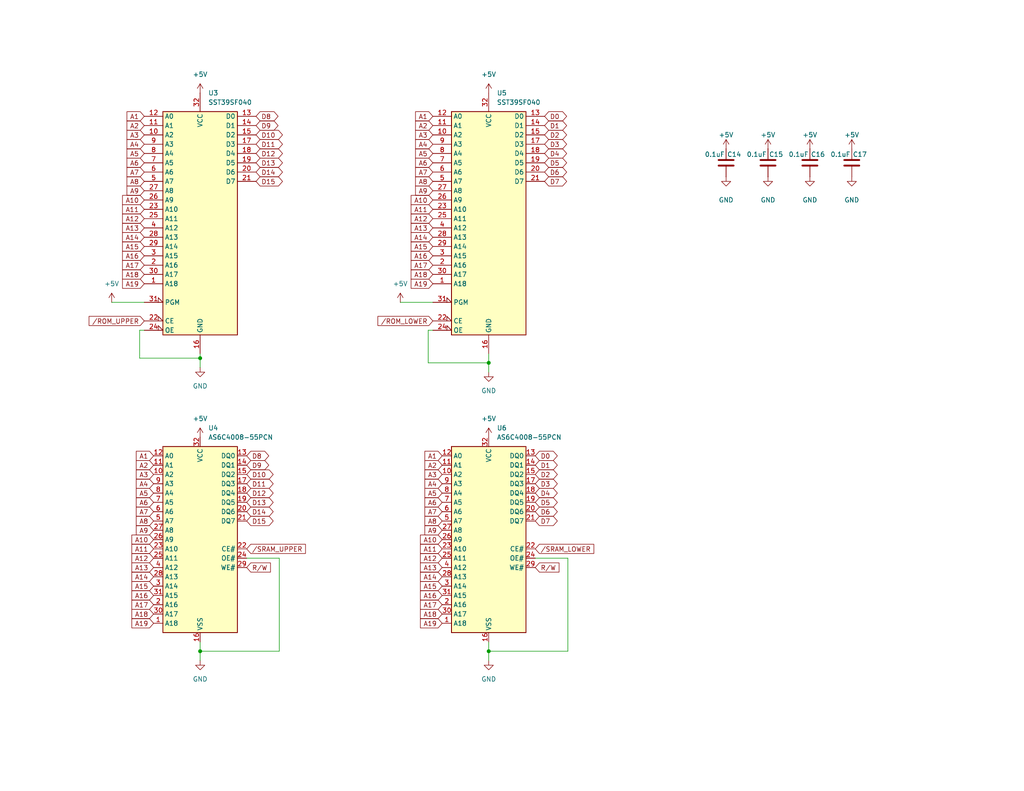
<source format=kicad_sch>
(kicad_sch (version 20231120) (generator "eeschema") (generator_version "8.0")
  (paper "A")
  (title_block (title "Mackerel-10 SBC v1") (date "2024-07-30") (rev "1.0a") (company "Colin Maykish"))
  (lib_symbols
    (symbol "Device:C" (pin_numbers hide) (pin_names (offset 0.254))
      (property "Reference" "C" (at 0.635 2.54 0))
      (property "Value" "C" (at 0.635 -2.54 0))
      (symbol "C_0_1"
        (polyline (pts (xy -2.032 -0.762) (xy 2.032 -0.762)) (stroke (width 0.508)))
        (polyline (pts (xy -2.032 0.762) (xy 2.032 0.762)) (stroke (width 0.508)))
      )
      (symbol "C_1_1"
        (pin passive line (at 0 3.81 270) (length 2.794) (name "~") (number "1"))
        (pin passive line (at 0 -3.81 90) (length 2.794) (name "~") (number "2"))
      )
    )
    (symbol "Memory_Flash:SST39SF040"
      (property "Reference" "U" (at 2.54 33.02 0))
      (property "Value" "SST39SF040" (at 0 -30.48 0))
      (symbol "SST39SF040_0_0"
        (pin power_in line (at 0 -34.29 90) (length 5.08) (name "GND") (number "16"))
        (pin power_in line (at 0 36.83 270) (length 5.08) (name "VCC") (number "32"))
      )
      (symbol "SST39SF040_0_1"
        (rectangle (start -10.16 31.75) (end 10.16 -29.21) (stroke (width 0.254)) (fill (type background)))
      )
      (symbol "SST39SF040_1_1"
        (pin input line (at -15.24 -15.24 0) (length 5.08) (name "A18") (number "1"))
        (pin input line (at -15.24 25.4 0) (length 5.08) (name "A2") (number "10"))
        (pin input line (at -15.24 27.94 0) (length 5.08) (name "A1") (number "11"))
        (pin input line (at -15.24 30.48 0) (length 5.08) (name "A0") (number "12"))
        (pin tri_state line (at 15.24 30.48 180) (length 5.08) (name "D0") (number "13"))
        (pin tri_state line (at 15.24 27.94 180) (length 5.08) (name "D1") (number "14"))
        (pin tri_state line (at 15.24 25.4 180) (length 5.08) (name "D2") (number "15"))
        (pin tri_state line (at 15.24 22.86 180) (length 5.08) (name "D3") (number "17"))
        (pin tri_state line (at 15.24 20.32 180) (length 5.08) (name "D4") (number "18"))
        (pin tri_state line (at 15.24 17.78 180) (length 5.08) (name "D5") (number "19"))
        (pin input line (at -15.24 -10.16 0) (length 5.08) (name "A16") (number "2"))
        (pin tri_state line (at 15.24 15.24 180) (length 5.08) (name "D6") (number "20"))
        (pin tri_state line (at 15.24 12.7 180) (length 5.08) (name "D7") (number "21"))
        (pin input input_low (at -15.24 -25.4 0) (length 5.08) (name "CE") (number "22"))
        (pin input line (at -15.24 5.08 0) (length 5.08) (name "A10") (number "23"))
        (pin input input_low (at -15.24 -27.94 0) (length 5.08) (name "OE") (number "24"))
        (pin input line (at -15.24 2.54 0) (length 5.08) (name "A11") (number "25"))
        (pin input line (at -15.24 7.62 0) (length 5.08) (name "A9") (number "26"))
        (pin input line (at -15.24 10.16 0) (length 5.08) (name "A8") (number "27"))
        (pin input line (at -15.24 -2.54 0) (length 5.08) (name "A13") (number "28"))
        (pin input line (at -15.24 -5.08 0) (length 5.08) (name "A14") (number "29"))
        (pin input line (at -15.24 -7.62 0) (length 5.08) (name "A15") (number "3"))
        (pin input line (at -15.24 -12.7 0) (length 5.08) (name "A17") (number "30"))
        (pin input input_low (at -15.24 -20.32 0) (length 5.08) (name "PGM") (number "31"))
        (pin input line (at -15.24 0 0) (length 5.08) (name "A12") (number "4"))
        (pin input line (at -15.24 12.7 0) (length 5.08) (name "A7") (number "5"))
        (pin input line (at -15.24 15.24 0) (length 5.08) (name "A6") (number "6"))
        (pin input line (at -15.24 17.78 0) (length 5.08) (name "A5") (number "7"))
        (pin input line (at -15.24 20.32 0) (length 5.08) (name "A4") (number "8"))
        (pin input line (at -15.24 22.86 0) (length 5.08) (name "A3") (number "9"))
      )
    )
    (symbol "Memory_RAM:AS6C4008-55PCN"
      (property "Reference" "U" (at -10.16 26.035 0))
      (property "Value" "AS6C4008-55PCN" (at 2.54 26.035 0))
      (symbol "AS6C4008-55PCN_0_0"
        (pin power_in line (at 0 -27.94 90) (length 2.54) (name "VSS") (number "16"))
        (pin power_in line (at 0 27.94 270) (length 2.54) (name "VCC") (number "32"))
      )
      (symbol "AS6C4008-55PCN_0_1"
        (rectangle (start -10.16 25.4) (end 10.16 -25.4) (stroke (width 0.254)) (fill (type background)))
      )
      (symbol "AS6C4008-55PCN_1_1"
        (pin input line (at -12.7 -22.86 0) (length 2.54) (name "A18") (number "1"))
        (pin input line (at -12.7 17.78 0) (length 2.54) (name "A2") (number "10"))
        (pin input line (at -12.7 20.32 0) (length 2.54) (name "A1") (number "11"))
        (pin input line (at -12.7 22.86 0) (length 2.54) (name "A0") (number "12"))
        (pin tri_state line (at 12.7 22.86 180) (length 2.54) (name "DQ0") (number "13"))
        (pin tri_state line (at 12.7 20.32 180) (length 2.54) (name "DQ1") (number "14"))
        (pin tri_state line (at 12.7 17.78 180) (length 2.54) (name "DQ2") (number "15"))
        (pin tri_state line (at 12.7 15.24 180) (length 2.54) (name "DQ3") (number "17"))
        (pin tri_state line (at 12.7 12.7 180) (length 2.54) (name "DQ4") (number "18"))
        (pin tri_state line (at 12.7 10.16 180) (length 2.54) (name "DQ5") (number "19"))
        (pin input line (at -12.7 -17.78 0) (length 2.54) (name "A16") (number "2"))
        (pin tri_state line (at 12.7 7.62 180) (length 2.54) (name "DQ6") (number "20"))
        (pin tri_state line (at 12.7 5.08 180) (length 2.54) (name "DQ7") (number "21"))
        (pin input line (at 12.7 -2.54 180) (length 2.54) (name "CE#") (number "22"))
        (pin input line (at -12.7 -2.54 0) (length 2.54) (name "A10") (number "23"))
        (pin input line (at 12.7 -5.08 180) (length 2.54) (name "OE#") (number "24"))
        (pin input line (at -12.7 -5.08 0) (length 2.54) (name "A11") (number "25"))
        (pin input line (at -12.7 0 0) (length 2.54) (name "A9") (number "26"))
        (pin input line (at -12.7 2.54 0) (length 2.54) (name "A8") (number "27"))
        (pin input line (at -12.7 -10.16 0) (length 2.54) (name "A13") (number "28"))
        (pin input line (at 12.7 -7.62 180) (length 2.54) (name "WE#") (number "29"))
        (pin input line (at -12.7 -12.7 0) (length 2.54) (name "A14") (number "3"))
        (pin input line (at -12.7 -20.32 0) (length 2.54) (name "A17") (number "30"))
        (pin input line (at -12.7 -15.24 0) (length 2.54) (name "A15") (number "31"))
        (pin input line (at -12.7 -7.62 0) (length 2.54) (name "A12") (number "4"))
        (pin input line (at -12.7 5.08 0) (length 2.54) (name "A7") (number "5"))
        (pin input line (at -12.7 7.62 0) (length 2.54) (name "A6") (number "6"))
        (pin input line (at -12.7 10.16 0) (length 2.54) (name "A5") (number "7"))
        (pin input line (at -12.7 12.7 0) (length 2.54) (name "A4") (number "8"))
        (pin input line (at -12.7 15.24 0) (length 2.54) (name "A3") (number "9"))
      )
    )
    (symbol "power:+5V" (power) (pin_numbers hide) (pin_names (offset 0) hide)
      (property "Value" "+5V" (at 0 3.556 0))
      (symbol "+5V_0_1"
        (polyline (pts (xy -0.762 1.27) (xy 0 2.54)))
        (polyline (pts (xy 0 0) (xy 0 2.54)))
        (polyline (pts (xy 0 2.54) (xy 0.762 1.27)))
      )
      (symbol "+5V_1_1"
        (pin power_in line (at 0 0 90) (length 0) (name "~") (number "1"))
      )
    )
    (symbol "power:GND" (power) (pin_numbers hide) (pin_names (offset 0) hide)
      (property "Value" "GND" (at 0 -3.81 0))
      (symbol "GND_0_1"
        (polyline (pts (xy 0 0) (xy 0 -1.27) (xy 1.27 -1.27) (xy 0 -2.54) (xy -1.27 -1.27) (xy 0 -1.27)))
      )
      (symbol "GND_1_1"
        (pin power_in line (at 0 0 270) (length 0) (name "~") (number "1"))
      )
    )
  )
  (junction (at 54.61 97.79))
  (junction (at 54.61 177.8))
  (junction (at 133.35 177.8))
  (junction (at 133.35 99.06))
  (wire (pts (xy 133.35 101.6) (xy 133.35 99.06)))
  (wire (pts (xy 30.48 82.55) (xy 39.37 82.55)))
  (wire (pts (xy 116.84 99.06) (xy 133.35 99.06)))
  (wire (pts (xy 118.11 90.17) (xy 116.84 90.17)))
  (wire (pts (xy 39.37 90.17) (xy 38.1 90.17)))
  (wire (pts (xy 133.35 99.06) (xy 133.35 96.52)))
  (wire (pts (xy 54.61 97.79) (xy 54.61 96.52)))
  (wire (pts (xy 146.05 152.4) (xy 154.94 152.4)))
  (wire (pts (xy 116.84 90.17) (xy 116.84 99.06)))
  (wire (pts (xy 38.1 97.79) (xy 54.61 97.79)))
  (wire (pts (xy 76.2 152.4) (xy 76.2 177.8)))
  (wire (pts (xy 133.35 177.8) (xy 133.35 175.26)))
  (wire (pts (xy 67.31 152.4) (xy 76.2 152.4)))
  (wire (pts (xy 154.94 152.4) (xy 154.94 177.8)))
  (wire (pts (xy 54.61 100.33) (xy 54.61 97.79)))
  (wire (pts (xy 154.94 177.8) (xy 133.35 177.8)))
  (wire (pts (xy 133.35 180.34) (xy 133.35 177.8)))
  (wire (pts (xy 109.22 82.55) (xy 118.11 82.55)))
  (wire (pts (xy 76.2 177.8) (xy 54.61 177.8)))
  (wire (pts (xy 38.1 90.17) (xy 38.1 97.79)))
  (wire (pts (xy 54.61 180.34) (xy 54.61 177.8)))
  (wire (pts (xy 54.61 177.8) (xy 54.61 175.26)))
  (global_label "A7" (shape input) (at 118.11 46.99 180) (property "Intersheetrefs" "${INTERSHEET_REFS}" (effects (hide yes))))
  (global_label "{slash}SRAM_LOWER" (shape input) (at 146.05 149.86 0) (property "Intersheetrefs" "${INTERSHEET_REFS}" (effects (hide yes))))
  (global_label "A6" (shape input) (at 39.37 44.45 180) (property "Intersheetrefs" "${INTERSHEET_REFS}" (effects (hide yes))))
  (global_label "D10" (shape bidirectional) (at 67.31 129.54 0) (property "Intersheetrefs" "${INTERSHEET_REFS}" (effects (hide yes))))
  (global_label "A5" (shape input) (at 120.65 134.62 180) (property "Intersheetrefs" "${INTERSHEET_REFS}" (effects (hide yes))))
  (global_label "D6" (shape bidirectional) (at 146.05 139.7 0) (property "Intersheetrefs" "${INTERSHEET_REFS}" (effects (hide yes))))
  (global_label "A14" (shape input) (at 120.65 157.48 180) (property "Intersheetrefs" "${INTERSHEET_REFS}" (effects (hide yes))))
  (global_label "D5" (shape bidirectional) (at 148.59 44.45 0) (property "Intersheetrefs" "${INTERSHEET_REFS}" (effects (hide yes))))
  (global_label "A15" (shape input) (at 120.65 160.02 180) (property "Intersheetrefs" "${INTERSHEET_REFS}" (effects (hide yes))))
  (global_label "A9" (shape input) (at 118.11 52.07 180) (property "Intersheetrefs" "${INTERSHEET_REFS}" (effects (hide yes))))
  (global_label "A17" (shape input) (at 118.11 72.39 180) (property "Intersheetrefs" "${INTERSHEET_REFS}" (effects (hide yes))))
  (global_label "{slash}ROM_LOWER" (shape input) (at 118.11 87.63 180) (property "Intersheetrefs" "${INTERSHEET_REFS}" (effects (hide yes))))
  (global_label "A6" (shape input) (at 41.91 137.16 180) (property "Intersheetrefs" "${INTERSHEET_REFS}" (effects (hide yes))))
  (global_label "A19" (shape input) (at 120.65 170.18 180) (property "Intersheetrefs" "${INTERSHEET_REFS}" (effects (hide yes))))
  (global_label "A8" (shape input) (at 120.65 142.24 180) (property "Intersheetrefs" "${INTERSHEET_REFS}" (effects (hide yes))))
  (global_label "A4" (shape input) (at 118.11 39.37 180) (property "Intersheetrefs" "${INTERSHEET_REFS}" (effects (hide yes))))
  (global_label "A3" (shape input) (at 41.91 129.54 180) (property "Intersheetrefs" "${INTERSHEET_REFS}" (effects (hide yes))))
  (global_label "D12" (shape bidirectional) (at 69.85 41.91 0) (property "Intersheetrefs" "${INTERSHEET_REFS}" (effects (hide yes))))
  (global_label "A18" (shape input) (at 118.11 74.93 180) (property "Intersheetrefs" "${INTERSHEET_REFS}" (effects (hide yes))))
  (global_label "A13" (shape input) (at 41.91 154.94 180) (property "Intersheetrefs" "${INTERSHEET_REFS}" (effects (hide yes))))
  (global_label "A3" (shape input) (at 120.65 129.54 180) (property "Intersheetrefs" "${INTERSHEET_REFS}" (effects (hide yes))))
  (global_label "{slash}ROM_UPPER" (shape input) (at 39.37 87.63 180) (property "Intersheetrefs" "${INTERSHEET_REFS}" (effects (hide yes))))
  (global_label "A1" (shape input) (at 39.37 31.75 180) (property "Intersheetrefs" "${INTERSHEET_REFS}" (effects (hide yes))))
  (global_label "D13" (shape bidirectional) (at 69.85 44.45 0) (property "Intersheetrefs" "${INTERSHEET_REFS}" (effects (hide yes))))
  (global_label "D0" (shape bidirectional) (at 146.05 124.46 0) (property "Intersheetrefs" "${INTERSHEET_REFS}" (effects (hide yes))))
  (global_label "D0" (shape bidirectional) (at 148.59 31.75 0) (property "Intersheetrefs" "${INTERSHEET_REFS}" (effects (hide yes))))
  (global_label "D7" (shape bidirectional) (at 146.05 142.24 0) (property "Intersheetrefs" "${INTERSHEET_REFS}" (effects (hide yes))))
  (global_label "A1" (shape input) (at 118.11 31.75 180) (property "Intersheetrefs" "${INTERSHEET_REFS}" (effects (hide yes))))
  (global_label "A9" (shape input) (at 120.65 144.78 180) (property "Intersheetrefs" "${INTERSHEET_REFS}" (effects (hide yes))))
  (global_label "A14" (shape input) (at 41.91 157.48 180) (property "Intersheetrefs" "${INTERSHEET_REFS}" (effects (hide yes))))
  (global_label "A19" (shape input) (at 41.91 170.18 180) (property "Intersheetrefs" "${INTERSHEET_REFS}" (effects (hide yes))))
  (global_label "A17" (shape input) (at 120.65 165.1 180) (property "Intersheetrefs" "${INTERSHEET_REFS}" (effects (hide yes))))
  (global_label "A2" (shape input) (at 39.37 34.29 180) (property "Intersheetrefs" "${INTERSHEET_REFS}" (effects (hide yes))))
  (global_label "A12" (shape input) (at 120.65 152.4 180) (property "Intersheetrefs" "${INTERSHEET_REFS}" (effects (hide yes))))
  (global_label "A16" (shape input) (at 120.65 162.56 180) (property "Intersheetrefs" "${INTERSHEET_REFS}" (effects (hide yes))))
  (global_label "A18" (shape input) (at 41.91 167.64 180) (property "Intersheetrefs" "${INTERSHEET_REFS}" (effects (hide yes))))
  (global_label "A2" (shape input) (at 41.91 127 180) (property "Intersheetrefs" "${INTERSHEET_REFS}" (effects (hide yes))))
  (global_label "A16" (shape input) (at 41.91 162.56 180) (property "Intersheetrefs" "${INTERSHEET_REFS}" (effects (hide yes))))
  (global_label "A16" (shape input) (at 39.37 69.85 180) (property "Intersheetrefs" "${INTERSHEET_REFS}" (effects (hide yes))))
  (global_label "D14" (shape bidirectional) (at 69.85 46.99 0) (property "Intersheetrefs" "${INTERSHEET_REFS}" (effects (hide yes))))
  (global_label "D2" (shape bidirectional) (at 146.05 129.54 0) (property "Intersheetrefs" "${INTERSHEET_REFS}" (effects (hide yes))))
  (global_label "A2" (shape input) (at 120.65 127 180) (property "Intersheetrefs" "${INTERSHEET_REFS}" (effects (hide yes))))
  (global_label "D1" (shape bidirectional) (at 148.59 34.29 0) (property "Intersheetrefs" "${INTERSHEET_REFS}" (effects (hide yes))))
  (global_label "A9" (shape input) (at 41.91 144.78 180) (property "Intersheetrefs" "${INTERSHEET_REFS}" (effects (hide yes))))
  (global_label "D4" (shape bidirectional) (at 146.05 134.62 0) (property "Intersheetrefs" "${INTERSHEET_REFS}" (effects (hide yes))))
  (global_label "A5" (shape input) (at 39.37 41.91 180) (property "Intersheetrefs" "${INTERSHEET_REFS}" (effects (hide yes))))
  (global_label "R{slash}W" (shape input) (at 146.05 154.94 0) (property "Intersheetrefs" "${INTERSHEET_REFS}" (effects (hide yes))))
  (global_label "A10" (shape input) (at 41.91 147.32 180) (property "Intersheetrefs" "${INTERSHEET_REFS}" (effects (hide yes))))
  (global_label "A5" (shape input) (at 118.11 41.91 180) (property "Intersheetrefs" "${INTERSHEET_REFS}" (effects (hide yes))))
  (global_label "A8" (shape input) (at 118.11 49.53 180) (property "Intersheetrefs" "${INTERSHEET_REFS}" (effects (hide yes))))
  (global_label "A15" (shape input) (at 118.11 67.31 180) (property "Intersheetrefs" "${INTERSHEET_REFS}" (effects (hide yes))))
  (global_label "D15" (shape bidirectional) (at 69.85 49.53 0) (property "Intersheetrefs" "${INTERSHEET_REFS}" (effects (hide yes))))
  (global_label "A3" (shape input) (at 39.37 36.83 180) (property "Intersheetrefs" "${INTERSHEET_REFS}" (effects (hide yes))))
  (global_label "D15" (shape bidirectional) (at 67.31 142.24 0) (property "Intersheetrefs" "${INTERSHEET_REFS}" (effects (hide yes))))
  (global_label "A1" (shape input) (at 41.91 124.46 180) (property "Intersheetrefs" "${INTERSHEET_REFS}" (effects (hide yes))))
  (global_label "{slash}SRAM_UPPER" (shape input) (at 67.31 149.86 0) (property "Intersheetrefs" "${INTERSHEET_REFS}" (effects (hide yes))))
  (global_label "A6" (shape input) (at 120.65 137.16 180) (property "Intersheetrefs" "${INTERSHEET_REFS}" (effects (hide yes))))
  (global_label "A3" (shape input) (at 118.11 36.83 180) (property "Intersheetrefs" "${INTERSHEET_REFS}" (effects (hide yes))))
  (global_label "D9" (shape bidirectional) (at 67.31 127 0) (property "Intersheetrefs" "${INTERSHEET_REFS}" (effects (hide yes))))
  (global_label "D14" (shape bidirectional) (at 67.31 139.7 0) (property "Intersheetrefs" "${INTERSHEET_REFS}" (effects (hide yes))))
  (global_label "A14" (shape input) (at 118.11 64.77 180) (property "Intersheetrefs" "${INTERSHEET_REFS}" (effects (hide yes))))
  (global_label "A7" (shape input) (at 120.65 139.7 180) (property "Intersheetrefs" "${INTERSHEET_REFS}" (effects (hide yes))))
  (global_label "A7" (shape input) (at 41.91 139.7 180) (property "Intersheetrefs" "${INTERSHEET_REFS}" (effects (hide yes))))
  (global_label "A17" (shape input) (at 39.37 72.39 180) (property "Intersheetrefs" "${INTERSHEET_REFS}" (effects (hide yes))))
  (global_label "D8" (shape bidirectional) (at 69.85 31.75 0) (property "Intersheetrefs" "${INTERSHEET_REFS}" (effects (hide yes))))
  (global_label "D7" (shape bidirectional) (at 148.59 49.53 0) (property "Intersheetrefs" "${INTERSHEET_REFS}" (effects (hide yes))))
  (global_label "D6" (shape bidirectional) (at 148.59 46.99 0) (property "Intersheetrefs" "${INTERSHEET_REFS}" (effects (hide yes))))
  (global_label "A14" (shape input) (at 39.37 64.77 180) (property "Intersheetrefs" "${INTERSHEET_REFS}" (effects (hide yes))))
  (global_label "A15" (shape input) (at 39.37 67.31 180) (property "Intersheetrefs" "${INTERSHEET_REFS}" (effects (hide yes))))
  (global_label "A11" (shape input) (at 118.11 57.15 180) (property "Intersheetrefs" "${INTERSHEET_REFS}" (effects (hide yes))))
  (global_label "D2" (shape bidirectional) (at 148.59 36.83 0) (property "Intersheetrefs" "${INTERSHEET_REFS}" (effects (hide yes))))
  (global_label "D4" (shape bidirectional) (at 148.59 41.91 0) (property "Intersheetrefs" "${INTERSHEET_REFS}" (effects (hide yes))))
  (global_label "A15" (shape input) (at 41.91 160.02 180) (property "Intersheetrefs" "${INTERSHEET_REFS}" (effects (hide yes))))
  (global_label "D3" (shape bidirectional) (at 148.59 39.37 0) (property "Intersheetrefs" "${INTERSHEET_REFS}" (effects (hide yes))))
  (global_label "A13" (shape input) (at 39.37 62.23 180) (property "Intersheetrefs" "${INTERSHEET_REFS}" (effects (hide yes))))
  (global_label "A5" (shape input) (at 41.91 134.62 180) (property "Intersheetrefs" "${INTERSHEET_REFS}" (effects (hide yes))))
  (global_label "A18" (shape input) (at 39.37 74.93 180) (property "Intersheetrefs" "${INTERSHEET_REFS}" (effects (hide yes))))
  (global_label "A11" (shape input) (at 120.65 149.86 180) (property "Intersheetrefs" "${INTERSHEET_REFS}" (effects (hide yes))))
  (global_label "D8" (shape bidirectional) (at 67.31 124.46 0) (property "Intersheetrefs" "${INTERSHEET_REFS}" (effects (hide yes))))
  (global_label "A8" (shape input) (at 41.91 142.24 180) (property "Intersheetrefs" "${INTERSHEET_REFS}" (effects (hide yes))))
  (global_label "A1" (shape input) (at 120.65 124.46 180) (property "Intersheetrefs" "${INTERSHEET_REFS}" (effects (hide yes))))
  (global_label "A10" (shape input) (at 39.37 54.61 180) (property "Intersheetrefs" "${INTERSHEET_REFS}" (effects (hide yes))))
  (global_label "A6" (shape input) (at 118.11 44.45 180) (property "Intersheetrefs" "${INTERSHEET_REFS}" (effects (hide yes))))
  (global_label "D11" (shape bidirectional) (at 69.85 39.37 0) (property "Intersheetrefs" "${INTERSHEET_REFS}" (effects (hide yes))))
  (global_label "A17" (shape input) (at 41.91 165.1 180) (property "Intersheetrefs" "${INTERSHEET_REFS}" (effects (hide yes))))
  (global_label "R{slash}W" (shape input) (at 67.31 154.94 0) (property "Intersheetrefs" "${INTERSHEET_REFS}" (effects (hide yes))))
  (global_label "D3" (shape bidirectional) (at 146.05 132.08 0) (property "Intersheetrefs" "${INTERSHEET_REFS}" (effects (hide yes))))
  (global_label "D9" (shape bidirectional) (at 69.85 34.29 0) (property "Intersheetrefs" "${INTERSHEET_REFS}" (effects (hide yes))))
  (global_label "A8" (shape input) (at 39.37 49.53 180) (property "Intersheetrefs" "${INTERSHEET_REFS}" (effects (hide yes))))
  (global_label "A4" (shape input) (at 39.37 39.37 180) (property "Intersheetrefs" "${INTERSHEET_REFS}" (effects (hide yes))))
  (global_label "A9" (shape input) (at 39.37 52.07 180) (property "Intersheetrefs" "${INTERSHEET_REFS}" (effects (hide yes))))
  (global_label "A19" (shape input) (at 118.11 77.47 180) (property "Intersheetrefs" "${INTERSHEET_REFS}" (effects (hide yes))))
  (global_label "D12" (shape bidirectional) (at 67.31 134.62 0) (property "Intersheetrefs" "${INTERSHEET_REFS}" (effects (hide yes))))
  (global_label "A10" (shape input) (at 118.11 54.61 180) (property "Intersheetrefs" "${INTERSHEET_REFS}" (effects (hide yes))))
  (global_label "A12" (shape input) (at 39.37 59.69 180) (property "Intersheetrefs" "${INTERSHEET_REFS}" (effects (hide yes))))
  (global_label "A11" (shape input) (at 41.91 149.86 180) (property "Intersheetrefs" "${INTERSHEET_REFS}" (effects (hide yes))))
  (global_label "D1" (shape bidirectional) (at 146.05 127 0) (property "Intersheetrefs" "${INTERSHEET_REFS}" (effects (hide yes))))
  (global_label "A4" (shape input) (at 41.91 132.08 180) (property "Intersheetrefs" "${INTERSHEET_REFS}" (effects (hide yes))))
  (global_label "A7" (shape input) (at 39.37 46.99 180) (property "Intersheetrefs" "${INTERSHEET_REFS}" (effects (hide yes))))
  (global_label "A16" (shape input) (at 118.11 69.85 180) (property "Intersheetrefs" "${INTERSHEET_REFS}" (effects (hide yes))))
  (global_label "D10" (shape bidirectional) (at 69.85 36.83 0) (property "Intersheetrefs" "${INTERSHEET_REFS}" (effects (hide yes))))
  (global_label "A2" (shape input) (at 118.11 34.29 180) (property "Intersheetrefs" "${INTERSHEET_REFS}" (effects (hide yes))))
  (global_label "D11" (shape bidirectional) (at 67.31 132.08 0) (property "Intersheetrefs" "${INTERSHEET_REFS}" (effects (hide yes))))
  (global_label "D13" (shape bidirectional) (at 67.31 137.16 0) (property "Intersheetrefs" "${INTERSHEET_REFS}" (effects (hide yes))))
  (global_label "A12" (shape input) (at 118.11 59.69 180) (property "Intersheetrefs" "${INTERSHEET_REFS}" (effects (hide yes))))
  (global_label "A12" (shape input) (at 41.91 152.4 180) (property "Intersheetrefs" "${INTERSHEET_REFS}" (effects (hide yes))))
  (global_label "A4" (shape input) (at 120.65 132.08 180) (property "Intersheetrefs" "${INTERSHEET_REFS}" (effects (hide yes))))
  (global_label "A11" (shape input) (at 39.37 57.15 180) (property "Intersheetrefs" "${INTERSHEET_REFS}" (effects (hide yes))))
  (global_label "D5" (shape bidirectional) (at 146.05 137.16 0) (property "Intersheetrefs" "${INTERSHEET_REFS}" (effects (hide yes))))
  (global_label "A13" (shape input) (at 118.11 62.23 180) (property "Intersheetrefs" "${INTERSHEET_REFS}" (effects (hide yes))))
  (global_label "A18" (shape input) (at 120.65 167.64 180) (property "Intersheetrefs" "${INTERSHEET_REFS}" (effects (hide yes))))
  (global_label "A19" (shape input) (at 39.37 77.47 180) (property "Intersheetrefs" "${INTERSHEET_REFS}" (effects (hide yes))))
  (global_label "A10" (shape input) (at 120.65 147.32 180) (property "Intersheetrefs" "${INTERSHEET_REFS}" (effects (hide yes))))
  (global_label "A13" (shape input) (at 120.65 154.94 180) (property "Intersheetrefs" "${INTERSHEET_REFS}" (effects (hide yes))))
  (symbol (lib_id "power:+5V") (at 109.22 82.55 0) (unit 1)
    (property "Reference" "#PWR015" (effects (hide yes)))
    (property "Value" "+5V" (at 109.22 77.47 0))
    (property "Description" "Power symbol creates a global label with name \"+5V\"" (effects (hide yes)))
  )
  (symbol (lib_id "Device:C") (at 198.12 44.45 0) (unit 1)
    (property "Reference" "C14" (at 198.374 42.164 0) (effects (justify left)))
    (property "Value" "0.1uF" (at 192.278 42.164 0) (effects (justify left)))
    (property "Footprint" "Capacitor_THT:C_Disc_D4.7mm_W2.5mm_P5.00mm" (effects (hide yes)))
    (property "Description" "Unpolarized capacitor" (effects (hide yes)))
  )
  (symbol (lib_id "Device:C") (at 220.98 44.45 0) (unit 1)
    (property "Reference" "C16" (at 221.234 42.164 0) (effects (justify left)))
    (property "Value" "0.1uF" (at 215.138 42.164 0) (effects (justify left)))
    (property "Footprint" "Capacitor_THT:C_Disc_D4.7mm_W2.5mm_P5.00mm" (effects (hide yes)))
    (property "Description" "Unpolarized capacitor" (effects (hide yes)))
  )
  (symbol (lib_id "power:+5V") (at 198.12 40.64 0) (unit 1)
    (property "Reference" "#PWR059" (effects (hide yes)))
    (property "Value" "+5V" (at 198.12 36.83 0))
    (property "Description" "Power symbol creates a global label with name \"+5V\"" (effects (hide yes)))
  )
  (symbol (lib_id "power:GND") (at 220.98 48.26 0) (unit 1)
    (property "Reference" "#PWR064" (effects (hide yes)))
    (property "Value" "GND" (at 220.98 54.61 0))
    (property "Description" "Power symbol creates a global label with name \"GND\" , ground" (effects (hide yes)))
  )
  (symbol (lib_id "power:GND") (at 54.61 100.33 0) (unit 1)
    (property "Reference" "#PWR012" (effects (hide yes)))
    (property "Value" "GND" (at 54.61 105.41 0))
    (property "Description" "Power symbol creates a global label with name \"GND\" , ground" (effects (hide yes)))
  )
  (symbol (lib_id "power:GND") (at 133.35 180.34 0) (unit 1)
    (property "Reference" "#PWR019" (effects (hide yes)))
    (property "Value" "GND" (at 133.35 185.42 0))
    (property "Description" "Power symbol creates a global label with name \"GND\" , ground" (effects (hide yes)))
  )
  (symbol (lib_id "power:GND") (at 232.41 48.26 0) (unit 1)
    (property "Reference" "#PWR066" (effects (hide yes)))
    (property "Value" "GND" (at 232.41 54.61 0))
    (property "Description" "Power symbol creates a global label with name \"GND\" , ground" (effects (hide yes)))
  )
  (symbol (lib_id "power:GND") (at 54.61 180.34 0) (unit 1)
    (property "Reference" "#PWR014" (effects (hide yes)))
    (property "Value" "GND" (at 54.61 185.42 0))
    (property "Description" "Power symbol creates a global label with name \"GND\" , ground" (effects (hide yes)))
  )
  (symbol (lib_id "power:+5V") (at 209.55 40.64 0) (unit 1)
    (property "Reference" "#PWR061" (effects (hide yes)))
    (property "Value" "+5V" (at 209.55 36.83 0))
    (property "Description" "Power symbol creates a global label with name \"+5V\"" (effects (hide yes)))
  )
  (symbol (lib_id "power:+5V") (at 133.35 119.38 0) (unit 1)
    (property "Reference" "#PWR018" (effects (hide yes)))
    (property "Value" "+5V" (at 133.35 114.3 0))
    (property "Description" "Power symbol creates a global label with name \"+5V\"" (effects (hide yes)))
  )
  (symbol (lib_id "Device:C") (at 209.55 44.45 0) (unit 1)
    (property "Reference" "C15" (at 209.804 42.164 0) (effects (justify left)))
    (property "Value" "0.1uF" (at 203.708 42.164 0) (effects (justify left)))
    (property "Footprint" "Capacitor_THT:C_Disc_D4.7mm_W2.5mm_P5.00mm" (effects (hide yes)))
    (property "Description" "Unpolarized capacitor" (effects (hide yes)))
  )
  (symbol (lib_id "Device:C") (at 232.41 44.45 0) (unit 1)
    (property "Reference" "C17" (at 232.664 42.164 0) (effects (justify left)))
    (property "Value" "0.1uF" (at 226.568 42.164 0) (effects (justify left)))
    (property "Footprint" "Capacitor_THT:C_Disc_D4.7mm_W2.5mm_P5.00mm" (effects (hide yes)))
    (property "Description" "Unpolarized capacitor" (effects (hide yes)))
  )
  (symbol (lib_id "Memory_Flash:SST39SF040") (at 54.61 62.23 0) (unit 1)
    (property "Reference" "U3" (at 56.8041 25.4 0) (effects (justify left)))
    (property "Value" "SST39SF040" (at 56.8041 27.94 0) (effects (justify left)))
    (property "Footprint" "Package_DIP:DIP-32_W15.24mm" (effects (hide yes)))
    (property "Datasheet" "http://ww1.microchip.com/downloads/en/DeviceDoc/25022B.pdf" (effects (hide yes)))
    (property "Description" "Silicon Storage Technology (SSF) 512k x 8 Flash ROM" (effects (hide yes)))
  )
  (symbol (lib_id "power:+5V") (at 54.61 119.38 0) (unit 1)
    (property "Reference" "#PWR013" (effects (hide yes)))
    (property "Value" "+5V" (at 54.61 114.3 0))
    (property "Description" "Power symbol creates a global label with name \"+5V\"" (effects (hide yes)))
  )
  (symbol (lib_id "power:+5V") (at 54.61 25.4 0) (unit 1)
    (property "Reference" "#PWR011" (effects (hide yes)))
    (property "Value" "+5V" (at 54.61 20.32 0))
    (property "Description" "Power symbol creates a global label with name \"+5V\"" (effects (hide yes)))
  )
  (symbol (lib_id "Memory_Flash:SST39SF040") (at 133.35 62.23 0) (unit 1)
    (property "Reference" "U5" (at 135.5441 25.4 0) (effects (justify left)))
    (property "Value" "SST39SF040" (at 135.5441 27.94 0) (effects (justify left)))
    (property "Footprint" "Package_DIP:DIP-32_W15.24mm" (effects (hide yes)))
    (property "Datasheet" "http://ww1.microchip.com/downloads/en/DeviceDoc/25022B.pdf" (effects (hide yes)))
    (property "Description" "Silicon Storage Technology (SSF) 512k x 8 Flash ROM" (effects (hide yes)))
  )
  (symbol (lib_id "power:+5V") (at 220.98 40.64 0) (unit 1)
    (property "Reference" "#PWR063" (effects (hide yes)))
    (property "Value" "+5V" (at 220.98 36.83 0))
    (property "Description" "Power symbol creates a global label with name \"+5V\"" (effects (hide yes)))
  )
  (symbol (lib_id "power:GND") (at 198.12 48.26 0) (unit 1)
    (property "Reference" "#PWR060" (effects (hide yes)))
    (property "Value" "GND" (at 198.12 54.61 0))
    (property "Description" "Power symbol creates a global label with name \"GND\" , ground" (effects (hide yes)))
  )
  (symbol (lib_id "Memory_RAM:AS6C4008-55PCN") (at 54.61 147.32 0) (unit 1)
    (property "Reference" "U4" (at 56.8041 116.84 0) (effects (justify left)))
    (property "Value" "AS6C4008-55PCN" (at 56.8041 119.38 0) (effects (justify left)))
    (property "Footprint" "Package_DIP:DIP-32_W15.24mm" (effects (hide yes)))
    (property "Datasheet" "https://www.alliancememory.com/wp-content/uploads/pdf/AS6C4008.pdf" (effects (hide yes)))
    (property "Description" "512K x 8 Low Power CMOS RAM, DIP-32" (effects (hide yes)))
  )
  (symbol (lib_id "Memory_RAM:AS6C4008-55PCN") (at 133.35 147.32 0) (unit 1)
    (property "Reference" "U6" (at 135.5441 116.84 0) (effects (justify left)))
    (property "Value" "AS6C4008-55PCN" (at 135.5441 119.38 0) (effects (justify left)))
    (property "Footprint" "Package_DIP:DIP-32_W15.24mm" (effects (hide yes)))
    (property "Datasheet" "https://www.alliancememory.com/wp-content/uploads/pdf/AS6C4008.pdf" (effects (hide yes)))
    (property "Description" "512K x 8 Low Power CMOS RAM, DIP-32" (effects (hide yes)))
  )
  (symbol (lib_id "power:GND") (at 133.35 101.6 0) (unit 1)
    (property "Reference" "#PWR017" (effects (hide yes)))
    (property "Value" "GND" (at 133.35 106.68 0))
    (property "Description" "Power symbol creates a global label with name \"GND\" , ground" (effects (hide yes)))
  )
  (symbol (lib_id "power:GND") (at 209.55 48.26 0) (unit 1)
    (property "Reference" "#PWR062" (effects (hide yes)))
    (property "Value" "GND" (at 209.55 54.61 0))
    (property "Description" "Power symbol creates a global label with name \"GND\" , ground" (effects (hide yes)))
  )
  (symbol (lib_id "power:+5V") (at 232.41 40.64 0) (unit 1)
    (property "Reference" "#PWR065" (effects (hide yes)))
    (property "Value" "+5V" (at 232.41 36.83 0))
    (property "Description" "Power symbol creates a global label with name \"+5V\"" (effects (hide yes)))
  )
  (symbol (lib_id "power:+5V") (at 30.48 82.55 0) (unit 1)
    (property "Reference" "#PWR010" (effects (hide yes)))
    (property "Value" "+5V" (at 30.48 77.47 0))
    (property "Description" "Power symbol creates a global label with name \"+5V\"" (effects (hide yes)))
  )
  (symbol (lib_id "power:+5V") (at 133.35 25.4 0) (unit 1)
    (property "Reference" "#PWR016" (effects (hide yes)))
    (property "Value" "+5V" (at 133.35 20.32 0))
    (property "Description" "Power symbol creates a global label with name \"+5V\"" (effects (hide yes)))
  )
)
</source>
